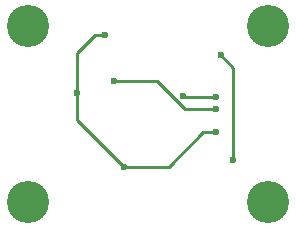
<source format=gbl>
%TF.GenerationSoftware,KiCad,Pcbnew,7.0.8-7.0.8~ubuntu22.04.1*%
%TF.CreationDate,2024-01-30T19:57:23-08:00*%
%TF.ProjectId,385nm_16mA,3338356e-6d5f-4313-966d-412e6b696361,rev?*%
%TF.SameCoordinates,Original*%
%TF.FileFunction,Copper,L2,Bot*%
%TF.FilePolarity,Positive*%
%FSLAX46Y46*%
G04 Gerber Fmt 4.6, Leading zero omitted, Abs format (unit mm)*
G04 Created by KiCad (PCBNEW 7.0.8-7.0.8~ubuntu22.04.1) date 2024-01-30 19:57:23*
%MOMM*%
%LPD*%
G01*
G04 APERTURE LIST*
%TA.AperFunction,ComponentPad*%
%ADD10C,3.570000*%
%TD*%
%TA.AperFunction,ViaPad*%
%ADD11C,0.600000*%
%TD*%
%TA.AperFunction,Conductor*%
%ADD12C,0.250000*%
%TD*%
G04 APERTURE END LIST*
D10*
%TO.P,M1,~*%
%TO.N,N/C*%
X52540000Y-52540000D03*
%TD*%
%TO.P,M2,~*%
%TO.N,N/C*%
X72860000Y-52540000D03*
%TD*%
%TO.P,M3,~*%
%TO.N,N/C*%
X72860000Y-67460000D03*
%TD*%
%TO.P,M4,~*%
%TO.N,N/C*%
X52540000Y-67460000D03*
%TD*%
D11*
%TO.N,GND*%
X60680600Y-64439800D03*
X56718200Y-58166000D03*
X59080400Y-53314600D03*
X68453000Y-61493400D03*
%TO.N,/SCL*%
X68453000Y-58490000D03*
X65659000Y-58470800D03*
%TO.N,/SDA*%
X59791600Y-57200800D03*
X68472931Y-59517669D03*
%TO.N,/5V*%
X69900800Y-63881000D03*
X68830000Y-54990000D03*
%TD*%
D12*
%TO.N,GND*%
X67386200Y-61493400D02*
X68453000Y-61493400D01*
X56718200Y-54838600D02*
X58242200Y-53314600D01*
X60680600Y-64439800D02*
X64439800Y-64439800D01*
X64439800Y-64439800D02*
X67386200Y-61493400D01*
X56718200Y-60477400D02*
X60680600Y-64439800D01*
X58242200Y-53314600D02*
X59080400Y-53314600D01*
X56718200Y-58166000D02*
X56718200Y-54838600D01*
X56718200Y-58166000D02*
X56718200Y-60477400D01*
%TO.N,/SCL*%
X68453000Y-58490000D02*
X65678200Y-58490000D01*
X65678200Y-58490000D02*
X65659000Y-58470800D01*
%TO.N,/SDA*%
X61449200Y-57200800D02*
X59791600Y-57200800D01*
X68472931Y-59517669D02*
X65791469Y-59517669D01*
X65791469Y-59517669D02*
X63463800Y-57190000D01*
X61460000Y-57190000D02*
X61449200Y-57200800D01*
X63463800Y-57190000D02*
X61460000Y-57190000D01*
%TO.N,/5V*%
X69900800Y-56083200D02*
X68830000Y-55012400D01*
X68830000Y-55012400D02*
X68830000Y-54990000D01*
X69900800Y-63881000D02*
X69900800Y-56083200D01*
%TD*%
M02*

</source>
